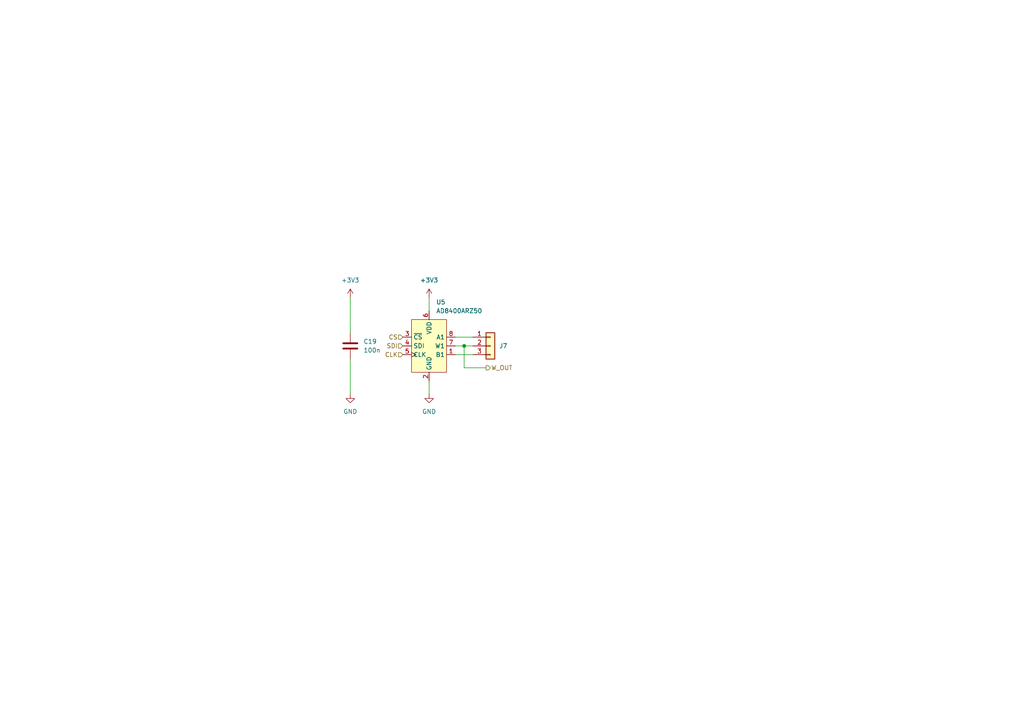
<source format=kicad_sch>
(kicad_sch (version 20211123) (generator eeschema)
  (paper "A4")
  (lib_symbols
    (symbol "Connector_Generic:Conn_01x03" (pin_names (offset 1.016) hide)
      (property "Reference" "J" (at 0 5.08 0))
      (property "Value" "Conn_01x03" (at 0 -5.08 0))
      (symbol "Conn_01x03_1_1"
        (rectangle (start -1.27 -2.413) (end 0 -2.667) (stroke (width 0.1524)))
        (rectangle (start -1.27 0.127) (end 0 -0.127) (stroke (width 0.1524)))
        (rectangle (start -1.27 2.667) (end 0 2.413) (stroke (width 0.1524)))
        (rectangle (start -1.27 3.81) (end 1.27 -3.81) (stroke (width 0.254)) (fill (type background)))
        (pin passive line (at -5.08 2.54 0) (length 3.81) (name "Pin_1") (number "1"))
        (pin passive line (at -5.08 0 0) (length 3.81) (name "Pin_2") (number "2"))
        (pin passive line (at -5.08 -2.54 0) (length 3.81) (name "Pin_3") (number "3"))
      )
    )
    (symbol "Device:C" (pin_numbers hide) (pin_names (offset 0.254))
      (property "Reference" "C" (at 0.635 2.54 0))
      (property "Value" "C" (at 0.635 -2.54 0))
      (symbol "C_0_1"
        (polyline (pts (xy -2.032 -0.762) (xy 2.032 -0.762)) (stroke (width 0.508)))
        (polyline (pts (xy -2.032 0.762) (xy 2.032 0.762)) (stroke (width 0.508)))
      )
      (symbol "C_1_1"
        (pin passive line (at 0 3.81 270) (length 2.794) (name "~") (number "1"))
        (pin passive line (at 0 -3.81 90) (length 2.794) (name "~") (number "2"))
      )
    )
    (symbol "power:+3V3" (power) (pin_names (offset 0))
      (property "Value" "+3V3" (at 0 3.556 0))
      (symbol "+3V3_0_1"
        (polyline (pts (xy -0.762 1.27) (xy 0 2.54)))
        (polyline (pts (xy 0 0) (xy 0 2.54)))
        (polyline (pts (xy 0 2.54) (xy 0.762 1.27)))
      )
      (symbol "+3V3_1_1"
        (pin power_in line (at 0 0 90) (length 0) hide (name "+3V3") (number "1"))
      )
    )
    (symbol "power:GND" (power) (pin_names (offset 0))
      (property "Value" "GND" (at 0 -3.81 0))
      (symbol "GND_0_1"
        (polyline (pts (xy 0 0) (xy 0 -1.27) (xy 1.27 -1.27) (xy 0 -2.54) (xy -1.27 -1.27) (xy 0 -1.27)))
      )
      (symbol "GND_1_1"
        (pin power_in line (at 0 0 270) (length 0) hide (name "GND") (number "1"))
      )
    )
    (symbol "symbols:AD8400ARZ50"
      (property "Reference" "U" (at 7.62 -7.62 0))
      (property "Value" "AD8400ARZ50" (at 5.08 10.16 0))
      (symbol "AD8400ARZ50_0_1"
        (rectangle (start -5.08 7.62) (end 5.08 -7.62) (stroke (width 0.1524)) (fill (type background)))
      )
      (symbol "AD8400ARZ50_1_1"
        (pin passive line (at 7.62 -2.54 180) (length 2.54) (name "B1") (number "1"))
        (pin power_in line (at 0 -10.16 90) (length 2.54) (name "GND") (number "2"))
        (pin input line (at -7.62 2.54 0) (length 2.54) (name "~{CS}") (number "3"))
        (pin input line (at -7.62 0 0) (length 2.54) (name "SDI") (number "4"))
        (pin input clock (at -7.62 -2.54 0) (length 2.54) (name "CLK") (number "5"))
        (pin power_in line (at 0 10.16 270) (length 2.54) (name "VDD") (number "6"))
        (pin passive line (at 7.62 0 180) (length 2.54) (name "W1") (number "7"))
        (pin passive line (at 7.62 2.54 180) (length 2.54) (name "A1") (number "8"))
      )
    )
  )
  (junction (at 134.62 100.33))
  (wire (pts (xy 101.6 86.36) (xy 101.6 96.52)))
  (wire (pts (xy 124.46 86.36) (xy 124.46 90.17)))
  (wire (pts (xy 132.08 97.79) (xy 137.16 97.79)))
  (wire (pts (xy 134.62 106.68) (xy 140.97 106.68)))
  (wire (pts (xy 134.62 100.33) (xy 137.16 100.33)))
  (wire (pts (xy 124.46 110.49) (xy 124.46 114.3)))
  (wire (pts (xy 134.62 100.33) (xy 134.62 106.68)))
  (wire (pts (xy 132.08 100.33) (xy 134.62 100.33)))
  (wire (pts (xy 132.08 102.87) (xy 137.16 102.87)))
  (wire (pts (xy 101.6 104.14) (xy 101.6 114.3)))
  (hierarchical_label "CLK" (shape input) (at 116.84 102.87 180))
  (hierarchical_label "W_OUT" (shape output) (at 140.97 106.68 0))
  (hierarchical_label "SDI" (shape input) (at 116.84 100.33 180))
  (hierarchical_label "CS" (shape input) (at 116.84 97.79 180))
  (symbol (lib_id "power:+3V3") (at 124.46 86.36 0) (unit 1)
    (property "Reference" "#PWR0159" (effects hide))
    (property "Value" "+3V3" (at 124.46 81.28 0))
  )
  (symbol (lib_id "power:GND") (at 124.46 114.3 0) (unit 1)
    (property "Reference" "#PWR0161" (effects hide))
    (property "Value" "GND" (at 124.46 119.38 0))
  )
  (symbol (lib_id "Device:C") (at 101.6 100.33 0) (unit 1)
    (property "Reference" "C19" (at 105.41 99.06 0) (effects (justify left)))
    (property "Value" "100n" (at 105.41 101.6 0) (effects (justify left)))
    (property "Footprint" "Capacitor_SMD:C_0603_1608Metric" (effects hide))
  )
  (symbol (lib_id "Connector_Generic:Conn_01x03") (at 142.24 100.33 0) (unit 1)
    (property "Reference" "J7" (at 144.78 100.33 0) (effects (justify left)))
    (property "Value" "Conn_01x03" (effects hide))
    (property "Footprint" "Connector_PinHeader_2.54mm:PinHeader_1x03_P2.54mm_Vertical" (effects hide))
  )
  (symbol (lib_id "power:GND") (at 101.6 114.3 0) (unit 1)
    (property "Reference" "#PWR0160" (effects hide))
    (property "Value" "GND" (at 101.6 119.38 0))
  )
  (symbol (lib_id "power:+3V3") (at 101.6 86.36 0) (unit 1)
    (property "Reference" "#PWR0162" (effects hide))
    (property "Value" "+3V3" (at 101.6 81.28 0))
  )
  (symbol (lib_id "symbols:AD8400ARZ50") (at 124.46 100.33 0) (unit 1)
    (property "Reference" "U5" (at 126.4794 87.63 0) (effects (justify left)))
    (property "Value" "AD8400ARZ50" (at 126.4794 90.17 0) (effects (justify left)))
    (property "Footprint" "Package_SO:SOP-8_3.9x4.9mm_P1.27mm" (effects hide))
  )
)
</source>
